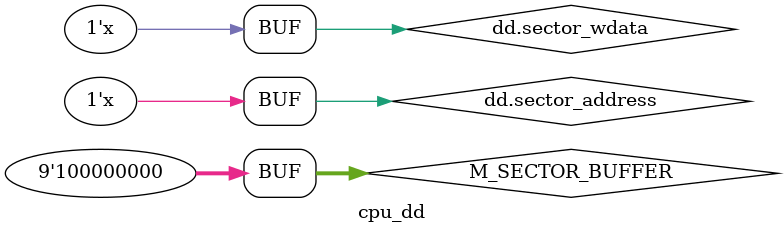
<source format=sv>
module cpu_dd (
    if_system.sys sys,
    if_cpu_bus bus,
    if_dd.cpu dd
);

    const bit [8:0] M_SECTOR_BUFFER    = 9'h100;

    logic bm_ack;
    logic [31:0] seek_timer;

    typedef enum bit [2:0] {
        R_SCR,
        R_CMD_DATA,
        R_HEAD_TRACK,
        R_SECTOR_INFO,
        R_DRIVE_ID,
        R_SEEK_TIMER
    } e_reg_id;

    always_ff @(posedge sys.clk) begin
        bus.ack <= 1'b0;
        if (bus.request) begin
            bus.ack <= 1'b1;
        end
    end

    always_comb begin
        bus.rdata = 32'd0;
        if (bus.ack) begin
            if (bus.address[8] == M_SECTOR_BUFFER[8]) begin
                bus.rdata = {
                    dd.sector_rdata[7:0],
                    dd.sector_rdata[15:8],
                    dd.sector_rdata[23:16],
                    dd.sector_rdata[31:24]
                };
            end else begin                
                case (bus.address[5:2])
                    R_SCR: bus.rdata = {
                        14'd0,
                        bm_ack,
                        dd.bm_micro_error,
                        dd.bm_transfer_c2,
                        dd.bm_transfer_data,
                        dd.bm_transfer_blocks,
                        dd.bm_transfer_mode,
                        1'b0,
                        dd.bm_stop_pending,
                        1'b0,
                        dd.bm_start_pending,
                        dd.disk_changed,
                        dd.disk_inserted,
                        1'b0,
                        dd.bm_pending,
                        1'b0,
                        dd.cmd_pending,
                        1'b0,
                        dd.hard_reset
                    };
                    R_CMD_DATA: bus.rdata = {8'd0, dd.cmd, dd.data};
                    R_HEAD_TRACK: bus.rdata = {18'd0, dd.index_lock, dd.head_track};
                    R_SECTOR_INFO: bus.rdata = {
                        dd.sectors_in_block,
                        dd.sector_size_full,
                        dd.sector_size,
                        dd.sector_num
                    };
                    R_DRIVE_ID: bus.rdata = {dd.drive_id};
                    R_SEEK_TIMER: bus.rdata = seek_timer;
                    default: bus.rdata = 32'd0;
                endcase
            end
        end
    end

    always_comb begin
        dd.sector_address = bus.address[7:2];
        dd.sector_address_valid = bus.request && bus.address[8] == M_SECTOR_BUFFER[8];
        dd.sector_write = (&bus.wmask) && dd.sector_address_valid;
        dd.sector_wdata = {bus.wdata[7:0], bus.wdata[15:8], bus.wdata[23:16], bus.wdata[31:24]};
    end

    always_ff @(posedge sys.clk) begin
        dd.hard_reset_clear <= 1'b0;
        dd.cmd_ready <= 1'b0;
        dd.bm_start_clear <= 1'b0;
        dd.bm_stop_clear <= 1'b0;
        dd.bm_clear <= 1'b0;
        dd.bm_ready <= 1'b0;

        if (dd.bm_interrupt_ack) begin
            bm_ack <= 1'b1;
        end

        if (!(&seek_timer)) begin
            seek_timer <= seek_timer + 1'd1;
        end

        if (sys.reset) begin
            bm_ack <= 1'b0;
        end else begin
            if (bus.request && (!bus.address[8])) begin
                case (bus.address[4:2])
                    R_SCR: if (&bus.wmask) begin
                        if (bus.wdata[20]) begin
                            seek_timer <= 32'd0;
                        end
                        dd.bm_clear <= bus.wdata[19];
                        if (bus.wdata[18]) begin
                            bm_ack <= 1'b0;
                        end
                        dd.bm_micro_error <= bus.wdata[16];
                        dd.bm_transfer_c2 <= bus.wdata[15];
                        dd.bm_transfer_data <= bus.wdata[14];
                        dd.bm_stop_clear <= bus.wdata[11];
                        dd.bm_start_clear <= bus.wdata[9];
                        dd.disk_changed <= bus.wdata[7];
                        dd.disk_inserted <= bus.wdata[6];
                        dd.bm_ready <= bus.wdata[5];
                        dd.cmd_ready <= bus.wdata[3];
                        dd.hard_reset_clear <= bus.wdata[1];
                    end

                    R_CMD_DATA: if (&bus.wmask[1:0]) begin
                        dd.cmd_data <= bus.wdata[15:0];
                    end

                    R_HEAD_TRACK: if (&bus.wmask[1:0]) begin
                        {dd.index_lock, dd.head_track} <= bus.wdata[13:0];
                    end

                    R_DRIVE_ID: if (&bus.wmask[1:0]) begin
                        dd.drive_id <= bus.wdata[15:0];
                    end
                endcase
            end
        end
    end

endmodule

</source>
